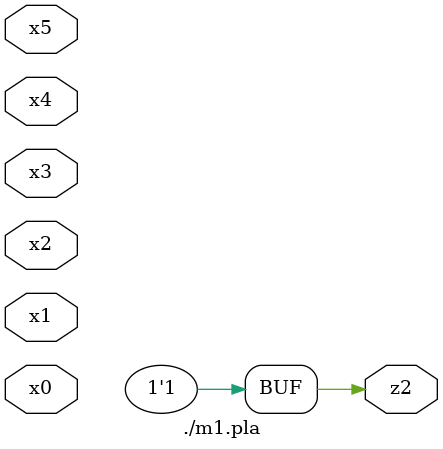
<source format=v>

module \./m1.pla  ( 
    x0, x1, x2, x3, x4, x5,
    z2  );
  input  x0, x1, x2, x3, x4, x5;
  output z2;
  assign z2 = 1'b1;
endmodule



</source>
